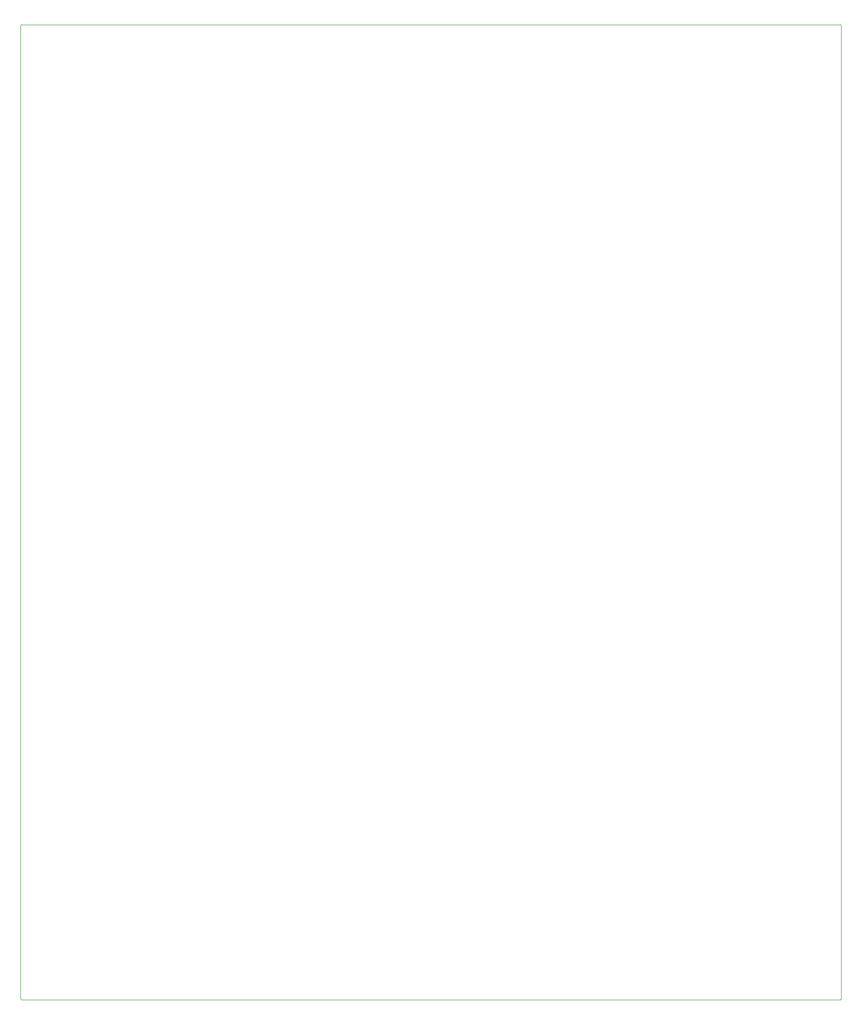
<source format=gbr>
%TF.GenerationSoftware,Altium Limited,Altium Designer,24.7.2 (38)*%
G04 Layer_Color=0*
%FSLAX45Y45*%
%MOMM*%
%TF.SameCoordinates,74662405-AD21-4814-813C-A76D1C426129*%
%TF.FilePolarity,Positive*%
%TF.FileFunction,Profile,NP*%
%TF.Part,Single*%
G01*
G75*
%TA.AperFunction,Profile*%
%ADD61C,0.02540*%
D61*
X3134562Y1252428D02*
X3134562Y5676900D01*
X3134562Y5677024D01*
X3134562Y13117883D01*
X3134561Y17576801D01*
D02*
G02*
X3149599Y17591840I15038J0D01*
G01*
X6927850Y17591840D01*
X13823949Y17591838D01*
X17741899Y17591838D01*
D02*
G02*
X17756937Y17576801I0J-15038D01*
G01*
X17756938Y241300D01*
D02*
G02*
X17741901Y226262I-15038J0D01*
G01*
X3149600Y226261D01*
D02*
G02*
X3134562Y241422I0J15038D01*
G01*
Y1252428D01*
%TF.MD5,5a8fb6a7d28db0816633101792051bb7*%
M02*

</source>
